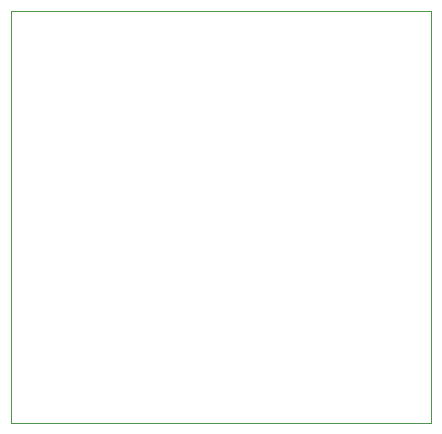
<source format=gbr>
%TF.GenerationSoftware,KiCad,Pcbnew,(6.0.1)*%
%TF.CreationDate,2022-02-21T12:48:27+02:00*%
%TF.ProjectId,Focuser-V1.Remote,466f6375-7365-4722-9d56-312e52656d6f,rev?*%
%TF.SameCoordinates,Original*%
%TF.FileFunction,Profile,NP*%
%FSLAX46Y46*%
G04 Gerber Fmt 4.6, Leading zero omitted, Abs format (unit mm)*
G04 Created by KiCad (PCBNEW (6.0.1)) date 2022-02-21 12:48:27*
%MOMM*%
%LPD*%
G01*
G04 APERTURE LIST*
%TA.AperFunction,Profile*%
%ADD10C,0.100000*%
%TD*%
G04 APERTURE END LIST*
D10*
X154305000Y-71755000D02*
X189865000Y-71755000D01*
X189865000Y-71755000D02*
X189865000Y-106680000D01*
X189865000Y-106680000D02*
X154305000Y-106680000D01*
X154305000Y-106680000D02*
X154305000Y-71755000D01*
M02*

</source>
